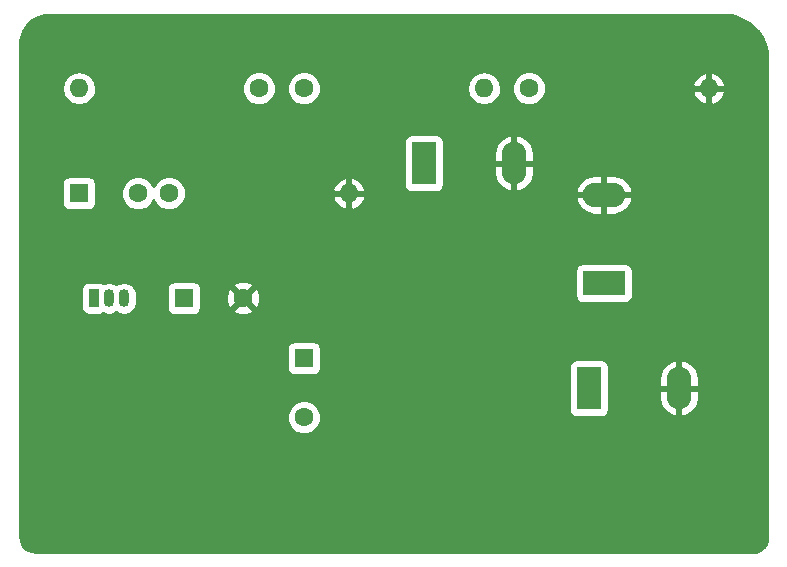
<source format=gbr>
G04 #@! TF.FileFunction,Copper,L4,Bot,Signal*
%FSLAX46Y46*%
G04 Gerber Fmt 4.6, Leading zero omitted, Abs format (unit mm)*
G04 Created by KiCad (PCBNEW 4.0.6) date 05/24/17 23:06:32*
%MOMM*%
%LPD*%
G01*
G04 APERTURE LIST*
%ADD10C,0.100000*%
%ADD11R,1.600000X1.600000*%
%ADD12C,1.600000*%
%ADD13R,3.600000X2.100000*%
%ADD14O,3.600000X2.100000*%
%ADD15R,2.100000X3.600000*%
%ADD16O,2.100000X3.600000*%
%ADD17O,0.900000X1.500000*%
%ADD18R,0.900000X1.500000*%
%ADD19O,1.600000X1.600000*%
%ADD20C,0.254000*%
G04 APERTURE END LIST*
D10*
D11*
X160020000Y-76200000D03*
D12*
X160020000Y-81200000D03*
D11*
X149860000Y-71120000D03*
D12*
X154860000Y-71120000D03*
D11*
X140970000Y-62230000D03*
D12*
X145970000Y-62230000D03*
D13*
X185420000Y-69850000D03*
D14*
X185420000Y-62350000D03*
D15*
X170180000Y-59690000D03*
D16*
X177800000Y-59690000D03*
D17*
X143510000Y-71120000D03*
X144780000Y-71120000D03*
D18*
X142240000Y-71120000D03*
D12*
X160020000Y-53340000D03*
D19*
X175260000Y-53340000D03*
D12*
X179070000Y-53340000D03*
D19*
X194310000Y-53340000D03*
D12*
X156210000Y-53340000D03*
D19*
X140970000Y-53340000D03*
D12*
X148590000Y-62230000D03*
D19*
X163830000Y-62230000D03*
D15*
X184150000Y-78740000D03*
D16*
X191770000Y-78740000D03*
D20*
G36*
X195896632Y-47153372D02*
X195899462Y-47153631D01*
X196211643Y-47178605D01*
X196543385Y-47233498D01*
X197398075Y-47613636D01*
X197705074Y-47777845D01*
X198517112Y-48589883D01*
X198858842Y-49139091D01*
X199122370Y-49811459D01*
X199239538Y-50385093D01*
X199264930Y-91283709D01*
X199262547Y-91662591D01*
X199164569Y-91903083D01*
X198984047Y-92180809D01*
X198617821Y-92476153D01*
X198453626Y-92553929D01*
X198298496Y-92581939D01*
X137306752Y-92602252D01*
X136969968Y-92561357D01*
X136619176Y-92453781D01*
X136317146Y-92240316D01*
X136130098Y-91960871D01*
X136027758Y-91616636D01*
X136006231Y-91320041D01*
X136008023Y-81484187D01*
X158584752Y-81484187D01*
X158802757Y-82011800D01*
X159206077Y-82415824D01*
X159733309Y-82634750D01*
X160304187Y-82635248D01*
X160831800Y-82417243D01*
X161235824Y-82013923D01*
X161454750Y-81486691D01*
X161455248Y-80915813D01*
X161237243Y-80388200D01*
X160833923Y-79984176D01*
X160306691Y-79765250D01*
X159735813Y-79764752D01*
X159208200Y-79982757D01*
X158804176Y-80386077D01*
X158585250Y-80913309D01*
X158584752Y-81484187D01*
X136008023Y-81484187D01*
X136009133Y-75400000D01*
X158572560Y-75400000D01*
X158572560Y-77000000D01*
X158616838Y-77235317D01*
X158755910Y-77451441D01*
X158968110Y-77596431D01*
X159220000Y-77647440D01*
X160820000Y-77647440D01*
X161055317Y-77603162D01*
X161271441Y-77464090D01*
X161416431Y-77251890D01*
X161467440Y-77000000D01*
X161467440Y-76940000D01*
X182452560Y-76940000D01*
X182452560Y-80540000D01*
X182496838Y-80775317D01*
X182635910Y-80991441D01*
X182848110Y-81136431D01*
X183100000Y-81187440D01*
X185200000Y-81187440D01*
X185435317Y-81143162D01*
X185651441Y-81004090D01*
X185796431Y-80791890D01*
X185847440Y-80540000D01*
X185847440Y-78867000D01*
X190085000Y-78867000D01*
X190085000Y-79617000D01*
X190261864Y-80252154D01*
X190668328Y-80771277D01*
X191242511Y-81095337D01*
X191381721Y-81129654D01*
X191643000Y-81010957D01*
X191643000Y-78867000D01*
X191897000Y-78867000D01*
X191897000Y-81010957D01*
X192158279Y-81129654D01*
X192297489Y-81095337D01*
X192871672Y-80771277D01*
X193278136Y-80252154D01*
X193455000Y-79617000D01*
X193455000Y-78867000D01*
X191897000Y-78867000D01*
X191643000Y-78867000D01*
X190085000Y-78867000D01*
X185847440Y-78867000D01*
X185847440Y-77863000D01*
X190085000Y-77863000D01*
X190085000Y-78613000D01*
X191643000Y-78613000D01*
X191643000Y-76469043D01*
X191897000Y-76469043D01*
X191897000Y-78613000D01*
X193455000Y-78613000D01*
X193455000Y-77863000D01*
X193278136Y-77227846D01*
X192871672Y-76708723D01*
X192297489Y-76384663D01*
X192158279Y-76350346D01*
X191897000Y-76469043D01*
X191643000Y-76469043D01*
X191381721Y-76350346D01*
X191242511Y-76384663D01*
X190668328Y-76708723D01*
X190261864Y-77227846D01*
X190085000Y-77863000D01*
X185847440Y-77863000D01*
X185847440Y-76940000D01*
X185803162Y-76704683D01*
X185664090Y-76488559D01*
X185451890Y-76343569D01*
X185200000Y-76292560D01*
X183100000Y-76292560D01*
X182864683Y-76336838D01*
X182648559Y-76475910D01*
X182503569Y-76688110D01*
X182452560Y-76940000D01*
X161467440Y-76940000D01*
X161467440Y-75400000D01*
X161423162Y-75164683D01*
X161284090Y-74948559D01*
X161071890Y-74803569D01*
X160820000Y-74752560D01*
X159220000Y-74752560D01*
X158984683Y-74796838D01*
X158768559Y-74935910D01*
X158623569Y-75148110D01*
X158572560Y-75400000D01*
X136009133Y-75400000D01*
X136010051Y-70370000D01*
X141142560Y-70370000D01*
X141142560Y-71870000D01*
X141186838Y-72105317D01*
X141325910Y-72321441D01*
X141538110Y-72466431D01*
X141790000Y-72517440D01*
X142690000Y-72517440D01*
X142925317Y-72473162D01*
X143029655Y-72406022D01*
X143094788Y-72449543D01*
X143510000Y-72532134D01*
X143925212Y-72449543D01*
X144145000Y-72302685D01*
X144364788Y-72449543D01*
X144780000Y-72532134D01*
X145195212Y-72449543D01*
X145547211Y-72214345D01*
X145782409Y-71862346D01*
X145865000Y-71447134D01*
X145865000Y-70792866D01*
X145782409Y-70377654D01*
X145743886Y-70320000D01*
X148412560Y-70320000D01*
X148412560Y-71920000D01*
X148456838Y-72155317D01*
X148595910Y-72371441D01*
X148808110Y-72516431D01*
X149060000Y-72567440D01*
X150660000Y-72567440D01*
X150895317Y-72523162D01*
X151111441Y-72384090D01*
X151256431Y-72171890D01*
X151265370Y-72127745D01*
X154031861Y-72127745D01*
X154105995Y-72373864D01*
X154643223Y-72566965D01*
X155213454Y-72539778D01*
X155614005Y-72373864D01*
X155688139Y-72127745D01*
X154860000Y-71299605D01*
X154031861Y-72127745D01*
X151265370Y-72127745D01*
X151307440Y-71920000D01*
X151307440Y-70903223D01*
X153413035Y-70903223D01*
X153440222Y-71473454D01*
X153606136Y-71874005D01*
X153852255Y-71948139D01*
X154680395Y-71120000D01*
X155039605Y-71120000D01*
X155867745Y-71948139D01*
X156113864Y-71874005D01*
X156306965Y-71336777D01*
X156279778Y-70766546D01*
X156113864Y-70365995D01*
X155867745Y-70291861D01*
X155039605Y-71120000D01*
X154680395Y-71120000D01*
X153852255Y-70291861D01*
X153606136Y-70365995D01*
X153413035Y-70903223D01*
X151307440Y-70903223D01*
X151307440Y-70320000D01*
X151268351Y-70112255D01*
X154031861Y-70112255D01*
X154860000Y-70940395D01*
X155688139Y-70112255D01*
X155614005Y-69866136D01*
X155076777Y-69673035D01*
X154506546Y-69700222D01*
X154105995Y-69866136D01*
X154031861Y-70112255D01*
X151268351Y-70112255D01*
X151263162Y-70084683D01*
X151124090Y-69868559D01*
X150911890Y-69723569D01*
X150660000Y-69672560D01*
X149060000Y-69672560D01*
X148824683Y-69716838D01*
X148608559Y-69855910D01*
X148463569Y-70068110D01*
X148412560Y-70320000D01*
X145743886Y-70320000D01*
X145547211Y-70025655D01*
X145195212Y-69790457D01*
X144780000Y-69707866D01*
X144364788Y-69790457D01*
X144145000Y-69937315D01*
X143925212Y-69790457D01*
X143510000Y-69707866D01*
X143094788Y-69790457D01*
X143029981Y-69833759D01*
X142941890Y-69773569D01*
X142690000Y-69722560D01*
X141790000Y-69722560D01*
X141554683Y-69766838D01*
X141338559Y-69905910D01*
X141193569Y-70118110D01*
X141142560Y-70370000D01*
X136010051Y-70370000D01*
X136010337Y-68800000D01*
X182972560Y-68800000D01*
X182972560Y-70900000D01*
X183016838Y-71135317D01*
X183155910Y-71351441D01*
X183368110Y-71496431D01*
X183620000Y-71547440D01*
X187220000Y-71547440D01*
X187455317Y-71503162D01*
X187671441Y-71364090D01*
X187816431Y-71151890D01*
X187867440Y-70900000D01*
X187867440Y-68800000D01*
X187823162Y-68564683D01*
X187684090Y-68348559D01*
X187471890Y-68203569D01*
X187220000Y-68152560D01*
X183620000Y-68152560D01*
X183384683Y-68196838D01*
X183168559Y-68335910D01*
X183023569Y-68548110D01*
X182972560Y-68800000D01*
X136010337Y-68800000D01*
X136011682Y-61430000D01*
X139522560Y-61430000D01*
X139522560Y-63030000D01*
X139566838Y-63265317D01*
X139705910Y-63481441D01*
X139918110Y-63626431D01*
X140170000Y-63677440D01*
X141770000Y-63677440D01*
X142005317Y-63633162D01*
X142221441Y-63494090D01*
X142366431Y-63281890D01*
X142417440Y-63030000D01*
X142417440Y-62514187D01*
X144534752Y-62514187D01*
X144752757Y-63041800D01*
X145156077Y-63445824D01*
X145683309Y-63664750D01*
X146254187Y-63665248D01*
X146781800Y-63447243D01*
X147185824Y-63043923D01*
X147279961Y-62817216D01*
X147372757Y-63041800D01*
X147776077Y-63445824D01*
X148303309Y-63664750D01*
X148874187Y-63665248D01*
X149401800Y-63447243D01*
X149805824Y-63043923D01*
X149998860Y-62579039D01*
X162438096Y-62579039D01*
X162598959Y-62967423D01*
X162974866Y-63382389D01*
X163480959Y-63621914D01*
X163703000Y-63500629D01*
X163703000Y-62357000D01*
X163957000Y-62357000D01*
X163957000Y-63500629D01*
X164179041Y-63621914D01*
X164685134Y-63382389D01*
X165061041Y-62967423D01*
X165155949Y-62738279D01*
X183030346Y-62738279D01*
X183064663Y-62877489D01*
X183388723Y-63451672D01*
X183907846Y-63858136D01*
X184543000Y-64035000D01*
X185293000Y-64035000D01*
X185293000Y-62477000D01*
X185547000Y-62477000D01*
X185547000Y-64035000D01*
X186297000Y-64035000D01*
X186932154Y-63858136D01*
X187451277Y-63451672D01*
X187775337Y-62877489D01*
X187809654Y-62738279D01*
X187690957Y-62477000D01*
X185547000Y-62477000D01*
X185293000Y-62477000D01*
X183149043Y-62477000D01*
X183030346Y-62738279D01*
X165155949Y-62738279D01*
X165221904Y-62579039D01*
X165099915Y-62357000D01*
X163957000Y-62357000D01*
X163703000Y-62357000D01*
X162560085Y-62357000D01*
X162438096Y-62579039D01*
X149998860Y-62579039D01*
X150024750Y-62516691D01*
X150025248Y-61945813D01*
X149998452Y-61880961D01*
X162438096Y-61880961D01*
X162560085Y-62103000D01*
X163703000Y-62103000D01*
X163703000Y-60959371D01*
X163957000Y-60959371D01*
X163957000Y-62103000D01*
X165099915Y-62103000D01*
X165221904Y-61880961D01*
X165061041Y-61492577D01*
X164685134Y-61077611D01*
X164179041Y-60838086D01*
X163957000Y-60959371D01*
X163703000Y-60959371D01*
X163480959Y-60838086D01*
X162974866Y-61077611D01*
X162598959Y-61492577D01*
X162438096Y-61880961D01*
X149998452Y-61880961D01*
X149807243Y-61418200D01*
X149403923Y-61014176D01*
X148876691Y-60795250D01*
X148305813Y-60794752D01*
X147778200Y-61012757D01*
X147374176Y-61416077D01*
X147280039Y-61642784D01*
X147187243Y-61418200D01*
X146783923Y-61014176D01*
X146256691Y-60795250D01*
X145685813Y-60794752D01*
X145158200Y-61012757D01*
X144754176Y-61416077D01*
X144535250Y-61943309D01*
X144534752Y-62514187D01*
X142417440Y-62514187D01*
X142417440Y-61430000D01*
X142373162Y-61194683D01*
X142234090Y-60978559D01*
X142021890Y-60833569D01*
X141770000Y-60782560D01*
X140170000Y-60782560D01*
X139934683Y-60826838D01*
X139718559Y-60965910D01*
X139573569Y-61178110D01*
X139522560Y-61430000D01*
X136011682Y-61430000D01*
X136012327Y-57890000D01*
X168482560Y-57890000D01*
X168482560Y-61490000D01*
X168526838Y-61725317D01*
X168665910Y-61941441D01*
X168878110Y-62086431D01*
X169130000Y-62137440D01*
X171230000Y-62137440D01*
X171465317Y-62093162D01*
X171681441Y-61954090D01*
X171826431Y-61741890D01*
X171877440Y-61490000D01*
X171877440Y-59817000D01*
X176115000Y-59817000D01*
X176115000Y-60567000D01*
X176291864Y-61202154D01*
X176698328Y-61721277D01*
X177272511Y-62045337D01*
X177411721Y-62079654D01*
X177673000Y-61960957D01*
X177673000Y-59817000D01*
X177927000Y-59817000D01*
X177927000Y-61960957D01*
X178188279Y-62079654D01*
X178327489Y-62045337D01*
X178475643Y-61961721D01*
X183030346Y-61961721D01*
X183149043Y-62223000D01*
X185293000Y-62223000D01*
X185293000Y-60665000D01*
X185547000Y-60665000D01*
X185547000Y-62223000D01*
X187690957Y-62223000D01*
X187809654Y-61961721D01*
X187775337Y-61822511D01*
X187451277Y-61248328D01*
X186932154Y-60841864D01*
X186297000Y-60665000D01*
X185547000Y-60665000D01*
X185293000Y-60665000D01*
X184543000Y-60665000D01*
X183907846Y-60841864D01*
X183388723Y-61248328D01*
X183064663Y-61822511D01*
X183030346Y-61961721D01*
X178475643Y-61961721D01*
X178901672Y-61721277D01*
X179308136Y-61202154D01*
X179485000Y-60567000D01*
X179485000Y-59817000D01*
X177927000Y-59817000D01*
X177673000Y-59817000D01*
X176115000Y-59817000D01*
X171877440Y-59817000D01*
X171877440Y-58813000D01*
X176115000Y-58813000D01*
X176115000Y-59563000D01*
X177673000Y-59563000D01*
X177673000Y-57419043D01*
X177927000Y-57419043D01*
X177927000Y-59563000D01*
X179485000Y-59563000D01*
X179485000Y-58813000D01*
X179308136Y-58177846D01*
X178901672Y-57658723D01*
X178327489Y-57334663D01*
X178188279Y-57300346D01*
X177927000Y-57419043D01*
X177673000Y-57419043D01*
X177411721Y-57300346D01*
X177272511Y-57334663D01*
X176698328Y-57658723D01*
X176291864Y-58177846D01*
X176115000Y-58813000D01*
X171877440Y-58813000D01*
X171877440Y-57890000D01*
X171833162Y-57654683D01*
X171694090Y-57438559D01*
X171481890Y-57293569D01*
X171230000Y-57242560D01*
X169130000Y-57242560D01*
X168894683Y-57286838D01*
X168678559Y-57425910D01*
X168533569Y-57638110D01*
X168482560Y-57890000D01*
X136012327Y-57890000D01*
X136013158Y-53340000D01*
X139506887Y-53340000D01*
X139616120Y-53889151D01*
X139927189Y-54354698D01*
X140392736Y-54665767D01*
X140941887Y-54775000D01*
X140998113Y-54775000D01*
X141547264Y-54665767D01*
X142012811Y-54354698D01*
X142323880Y-53889151D01*
X142376584Y-53624187D01*
X154774752Y-53624187D01*
X154992757Y-54151800D01*
X155396077Y-54555824D01*
X155923309Y-54774750D01*
X156494187Y-54775248D01*
X157021800Y-54557243D01*
X157425824Y-54153923D01*
X157644750Y-53626691D01*
X157644752Y-53624187D01*
X158584752Y-53624187D01*
X158802757Y-54151800D01*
X159206077Y-54555824D01*
X159733309Y-54774750D01*
X160304187Y-54775248D01*
X160831800Y-54557243D01*
X161235824Y-54153923D01*
X161454750Y-53626691D01*
X161455000Y-53340000D01*
X173796887Y-53340000D01*
X173906120Y-53889151D01*
X174217189Y-54354698D01*
X174682736Y-54665767D01*
X175231887Y-54775000D01*
X175288113Y-54775000D01*
X175837264Y-54665767D01*
X176302811Y-54354698D01*
X176613880Y-53889151D01*
X176666584Y-53624187D01*
X177634752Y-53624187D01*
X177852757Y-54151800D01*
X178256077Y-54555824D01*
X178783309Y-54774750D01*
X179354187Y-54775248D01*
X179881800Y-54557243D01*
X180285824Y-54153923D01*
X180478860Y-53689039D01*
X192918096Y-53689039D01*
X193078959Y-54077423D01*
X193454866Y-54492389D01*
X193960959Y-54731914D01*
X194183000Y-54610629D01*
X194183000Y-53467000D01*
X194437000Y-53467000D01*
X194437000Y-54610629D01*
X194659041Y-54731914D01*
X195165134Y-54492389D01*
X195541041Y-54077423D01*
X195701904Y-53689039D01*
X195579915Y-53467000D01*
X194437000Y-53467000D01*
X194183000Y-53467000D01*
X193040085Y-53467000D01*
X192918096Y-53689039D01*
X180478860Y-53689039D01*
X180504750Y-53626691D01*
X180505248Y-53055813D01*
X180478452Y-52990961D01*
X192918096Y-52990961D01*
X193040085Y-53213000D01*
X194183000Y-53213000D01*
X194183000Y-52069371D01*
X194437000Y-52069371D01*
X194437000Y-53213000D01*
X195579915Y-53213000D01*
X195701904Y-52990961D01*
X195541041Y-52602577D01*
X195165134Y-52187611D01*
X194659041Y-51948086D01*
X194437000Y-52069371D01*
X194183000Y-52069371D01*
X193960959Y-51948086D01*
X193454866Y-52187611D01*
X193078959Y-52602577D01*
X192918096Y-52990961D01*
X180478452Y-52990961D01*
X180287243Y-52528200D01*
X179883923Y-52124176D01*
X179356691Y-51905250D01*
X178785813Y-51904752D01*
X178258200Y-52122757D01*
X177854176Y-52526077D01*
X177635250Y-53053309D01*
X177634752Y-53624187D01*
X176666584Y-53624187D01*
X176723113Y-53340000D01*
X176613880Y-52790849D01*
X176302811Y-52325302D01*
X175837264Y-52014233D01*
X175288113Y-51905000D01*
X175231887Y-51905000D01*
X174682736Y-52014233D01*
X174217189Y-52325302D01*
X173906120Y-52790849D01*
X173796887Y-53340000D01*
X161455000Y-53340000D01*
X161455248Y-53055813D01*
X161237243Y-52528200D01*
X160833923Y-52124176D01*
X160306691Y-51905250D01*
X159735813Y-51904752D01*
X159208200Y-52122757D01*
X158804176Y-52526077D01*
X158585250Y-53053309D01*
X158584752Y-53624187D01*
X157644752Y-53624187D01*
X157645248Y-53055813D01*
X157427243Y-52528200D01*
X157023923Y-52124176D01*
X156496691Y-51905250D01*
X155925813Y-51904752D01*
X155398200Y-52122757D01*
X154994176Y-52526077D01*
X154775250Y-53053309D01*
X154774752Y-53624187D01*
X142376584Y-53624187D01*
X142433113Y-53340000D01*
X142323880Y-52790849D01*
X142012811Y-52325302D01*
X141547264Y-52014233D01*
X140998113Y-51905000D01*
X140941887Y-51905000D01*
X140392736Y-52014233D01*
X139927189Y-52325302D01*
X139616120Y-52790849D01*
X139506887Y-53340000D01*
X136013158Y-53340000D01*
X136013850Y-49546738D01*
X136025994Y-49243117D01*
X136127947Y-48784328D01*
X136319620Y-48307543D01*
X136474020Y-48125070D01*
X136482740Y-48113482D01*
X136616723Y-47912508D01*
X136960788Y-47592336D01*
X137498930Y-47285522D01*
X137736619Y-47203962D01*
X138086815Y-47146396D01*
X195407844Y-47103240D01*
X195896632Y-47153372D01*
X195896632Y-47153372D01*
G37*
X195896632Y-47153372D02*
X195899462Y-47153631D01*
X196211643Y-47178605D01*
X196543385Y-47233498D01*
X197398075Y-47613636D01*
X197705074Y-47777845D01*
X198517112Y-48589883D01*
X198858842Y-49139091D01*
X199122370Y-49811459D01*
X199239538Y-50385093D01*
X199264930Y-91283709D01*
X199262547Y-91662591D01*
X199164569Y-91903083D01*
X198984047Y-92180809D01*
X198617821Y-92476153D01*
X198453626Y-92553929D01*
X198298496Y-92581939D01*
X137306752Y-92602252D01*
X136969968Y-92561357D01*
X136619176Y-92453781D01*
X136317146Y-92240316D01*
X136130098Y-91960871D01*
X136027758Y-91616636D01*
X136006231Y-91320041D01*
X136008023Y-81484187D01*
X158584752Y-81484187D01*
X158802757Y-82011800D01*
X159206077Y-82415824D01*
X159733309Y-82634750D01*
X160304187Y-82635248D01*
X160831800Y-82417243D01*
X161235824Y-82013923D01*
X161454750Y-81486691D01*
X161455248Y-80915813D01*
X161237243Y-80388200D01*
X160833923Y-79984176D01*
X160306691Y-79765250D01*
X159735813Y-79764752D01*
X159208200Y-79982757D01*
X158804176Y-80386077D01*
X158585250Y-80913309D01*
X158584752Y-81484187D01*
X136008023Y-81484187D01*
X136009133Y-75400000D01*
X158572560Y-75400000D01*
X158572560Y-77000000D01*
X158616838Y-77235317D01*
X158755910Y-77451441D01*
X158968110Y-77596431D01*
X159220000Y-77647440D01*
X160820000Y-77647440D01*
X161055317Y-77603162D01*
X161271441Y-77464090D01*
X161416431Y-77251890D01*
X161467440Y-77000000D01*
X161467440Y-76940000D01*
X182452560Y-76940000D01*
X182452560Y-80540000D01*
X182496838Y-80775317D01*
X182635910Y-80991441D01*
X182848110Y-81136431D01*
X183100000Y-81187440D01*
X185200000Y-81187440D01*
X185435317Y-81143162D01*
X185651441Y-81004090D01*
X185796431Y-80791890D01*
X185847440Y-80540000D01*
X185847440Y-78867000D01*
X190085000Y-78867000D01*
X190085000Y-79617000D01*
X190261864Y-80252154D01*
X190668328Y-80771277D01*
X191242511Y-81095337D01*
X191381721Y-81129654D01*
X191643000Y-81010957D01*
X191643000Y-78867000D01*
X191897000Y-78867000D01*
X191897000Y-81010957D01*
X192158279Y-81129654D01*
X192297489Y-81095337D01*
X192871672Y-80771277D01*
X193278136Y-80252154D01*
X193455000Y-79617000D01*
X193455000Y-78867000D01*
X191897000Y-78867000D01*
X191643000Y-78867000D01*
X190085000Y-78867000D01*
X185847440Y-78867000D01*
X185847440Y-77863000D01*
X190085000Y-77863000D01*
X190085000Y-78613000D01*
X191643000Y-78613000D01*
X191643000Y-76469043D01*
X191897000Y-76469043D01*
X191897000Y-78613000D01*
X193455000Y-78613000D01*
X193455000Y-77863000D01*
X193278136Y-77227846D01*
X192871672Y-76708723D01*
X192297489Y-76384663D01*
X192158279Y-76350346D01*
X191897000Y-76469043D01*
X191643000Y-76469043D01*
X191381721Y-76350346D01*
X191242511Y-76384663D01*
X190668328Y-76708723D01*
X190261864Y-77227846D01*
X190085000Y-77863000D01*
X185847440Y-77863000D01*
X185847440Y-76940000D01*
X185803162Y-76704683D01*
X185664090Y-76488559D01*
X185451890Y-76343569D01*
X185200000Y-76292560D01*
X183100000Y-76292560D01*
X182864683Y-76336838D01*
X182648559Y-76475910D01*
X182503569Y-76688110D01*
X182452560Y-76940000D01*
X161467440Y-76940000D01*
X161467440Y-75400000D01*
X161423162Y-75164683D01*
X161284090Y-74948559D01*
X161071890Y-74803569D01*
X160820000Y-74752560D01*
X159220000Y-74752560D01*
X158984683Y-74796838D01*
X158768559Y-74935910D01*
X158623569Y-75148110D01*
X158572560Y-75400000D01*
X136009133Y-75400000D01*
X136010051Y-70370000D01*
X141142560Y-70370000D01*
X141142560Y-71870000D01*
X141186838Y-72105317D01*
X141325910Y-72321441D01*
X141538110Y-72466431D01*
X141790000Y-72517440D01*
X142690000Y-72517440D01*
X142925317Y-72473162D01*
X143029655Y-72406022D01*
X143094788Y-72449543D01*
X143510000Y-72532134D01*
X143925212Y-72449543D01*
X144145000Y-72302685D01*
X144364788Y-72449543D01*
X144780000Y-72532134D01*
X145195212Y-72449543D01*
X145547211Y-72214345D01*
X145782409Y-71862346D01*
X145865000Y-71447134D01*
X145865000Y-70792866D01*
X145782409Y-70377654D01*
X145743886Y-70320000D01*
X148412560Y-70320000D01*
X148412560Y-71920000D01*
X148456838Y-72155317D01*
X148595910Y-72371441D01*
X148808110Y-72516431D01*
X149060000Y-72567440D01*
X150660000Y-72567440D01*
X150895317Y-72523162D01*
X151111441Y-72384090D01*
X151256431Y-72171890D01*
X151265370Y-72127745D01*
X154031861Y-72127745D01*
X154105995Y-72373864D01*
X154643223Y-72566965D01*
X155213454Y-72539778D01*
X155614005Y-72373864D01*
X155688139Y-72127745D01*
X154860000Y-71299605D01*
X154031861Y-72127745D01*
X151265370Y-72127745D01*
X151307440Y-71920000D01*
X151307440Y-70903223D01*
X153413035Y-70903223D01*
X153440222Y-71473454D01*
X153606136Y-71874005D01*
X153852255Y-71948139D01*
X154680395Y-71120000D01*
X155039605Y-71120000D01*
X155867745Y-71948139D01*
X156113864Y-71874005D01*
X156306965Y-71336777D01*
X156279778Y-70766546D01*
X156113864Y-70365995D01*
X155867745Y-70291861D01*
X155039605Y-71120000D01*
X154680395Y-71120000D01*
X153852255Y-70291861D01*
X153606136Y-70365995D01*
X153413035Y-70903223D01*
X151307440Y-70903223D01*
X151307440Y-70320000D01*
X151268351Y-70112255D01*
X154031861Y-70112255D01*
X154860000Y-70940395D01*
X155688139Y-70112255D01*
X155614005Y-69866136D01*
X155076777Y-69673035D01*
X154506546Y-69700222D01*
X154105995Y-69866136D01*
X154031861Y-70112255D01*
X151268351Y-70112255D01*
X151263162Y-70084683D01*
X151124090Y-69868559D01*
X150911890Y-69723569D01*
X150660000Y-69672560D01*
X149060000Y-69672560D01*
X148824683Y-69716838D01*
X148608559Y-69855910D01*
X148463569Y-70068110D01*
X148412560Y-70320000D01*
X145743886Y-70320000D01*
X145547211Y-70025655D01*
X145195212Y-69790457D01*
X144780000Y-69707866D01*
X144364788Y-69790457D01*
X144145000Y-69937315D01*
X143925212Y-69790457D01*
X143510000Y-69707866D01*
X143094788Y-69790457D01*
X143029981Y-69833759D01*
X142941890Y-69773569D01*
X142690000Y-69722560D01*
X141790000Y-69722560D01*
X141554683Y-69766838D01*
X141338559Y-69905910D01*
X141193569Y-70118110D01*
X141142560Y-70370000D01*
X136010051Y-70370000D01*
X136010337Y-68800000D01*
X182972560Y-68800000D01*
X182972560Y-70900000D01*
X183016838Y-71135317D01*
X183155910Y-71351441D01*
X183368110Y-71496431D01*
X183620000Y-71547440D01*
X187220000Y-71547440D01*
X187455317Y-71503162D01*
X187671441Y-71364090D01*
X187816431Y-71151890D01*
X187867440Y-70900000D01*
X187867440Y-68800000D01*
X187823162Y-68564683D01*
X187684090Y-68348559D01*
X187471890Y-68203569D01*
X187220000Y-68152560D01*
X183620000Y-68152560D01*
X183384683Y-68196838D01*
X183168559Y-68335910D01*
X183023569Y-68548110D01*
X182972560Y-68800000D01*
X136010337Y-68800000D01*
X136011682Y-61430000D01*
X139522560Y-61430000D01*
X139522560Y-63030000D01*
X139566838Y-63265317D01*
X139705910Y-63481441D01*
X139918110Y-63626431D01*
X140170000Y-63677440D01*
X141770000Y-63677440D01*
X142005317Y-63633162D01*
X142221441Y-63494090D01*
X142366431Y-63281890D01*
X142417440Y-63030000D01*
X142417440Y-62514187D01*
X144534752Y-62514187D01*
X144752757Y-63041800D01*
X145156077Y-63445824D01*
X145683309Y-63664750D01*
X146254187Y-63665248D01*
X146781800Y-63447243D01*
X147185824Y-63043923D01*
X147279961Y-62817216D01*
X147372757Y-63041800D01*
X147776077Y-63445824D01*
X148303309Y-63664750D01*
X148874187Y-63665248D01*
X149401800Y-63447243D01*
X149805824Y-63043923D01*
X149998860Y-62579039D01*
X162438096Y-62579039D01*
X162598959Y-62967423D01*
X162974866Y-63382389D01*
X163480959Y-63621914D01*
X163703000Y-63500629D01*
X163703000Y-62357000D01*
X163957000Y-62357000D01*
X163957000Y-63500629D01*
X164179041Y-63621914D01*
X164685134Y-63382389D01*
X165061041Y-62967423D01*
X165155949Y-62738279D01*
X183030346Y-62738279D01*
X183064663Y-62877489D01*
X183388723Y-63451672D01*
X183907846Y-63858136D01*
X184543000Y-64035000D01*
X185293000Y-64035000D01*
X185293000Y-62477000D01*
X185547000Y-62477000D01*
X185547000Y-64035000D01*
X186297000Y-64035000D01*
X186932154Y-63858136D01*
X187451277Y-63451672D01*
X187775337Y-62877489D01*
X187809654Y-62738279D01*
X187690957Y-62477000D01*
X185547000Y-62477000D01*
X185293000Y-62477000D01*
X183149043Y-62477000D01*
X183030346Y-62738279D01*
X165155949Y-62738279D01*
X165221904Y-62579039D01*
X165099915Y-62357000D01*
X163957000Y-62357000D01*
X163703000Y-62357000D01*
X162560085Y-62357000D01*
X162438096Y-62579039D01*
X149998860Y-62579039D01*
X150024750Y-62516691D01*
X150025248Y-61945813D01*
X149998452Y-61880961D01*
X162438096Y-61880961D01*
X162560085Y-62103000D01*
X163703000Y-62103000D01*
X163703000Y-60959371D01*
X163957000Y-60959371D01*
X163957000Y-62103000D01*
X165099915Y-62103000D01*
X165221904Y-61880961D01*
X165061041Y-61492577D01*
X164685134Y-61077611D01*
X164179041Y-60838086D01*
X163957000Y-60959371D01*
X163703000Y-60959371D01*
X163480959Y-60838086D01*
X162974866Y-61077611D01*
X162598959Y-61492577D01*
X162438096Y-61880961D01*
X149998452Y-61880961D01*
X149807243Y-61418200D01*
X149403923Y-61014176D01*
X148876691Y-60795250D01*
X148305813Y-60794752D01*
X147778200Y-61012757D01*
X147374176Y-61416077D01*
X147280039Y-61642784D01*
X147187243Y-61418200D01*
X146783923Y-61014176D01*
X146256691Y-60795250D01*
X145685813Y-60794752D01*
X145158200Y-61012757D01*
X144754176Y-61416077D01*
X144535250Y-61943309D01*
X144534752Y-62514187D01*
X142417440Y-62514187D01*
X142417440Y-61430000D01*
X142373162Y-61194683D01*
X142234090Y-60978559D01*
X142021890Y-60833569D01*
X141770000Y-60782560D01*
X140170000Y-60782560D01*
X139934683Y-60826838D01*
X139718559Y-60965910D01*
X139573569Y-61178110D01*
X139522560Y-61430000D01*
X136011682Y-61430000D01*
X136012327Y-57890000D01*
X168482560Y-57890000D01*
X168482560Y-61490000D01*
X168526838Y-61725317D01*
X168665910Y-61941441D01*
X168878110Y-62086431D01*
X169130000Y-62137440D01*
X171230000Y-62137440D01*
X171465317Y-62093162D01*
X171681441Y-61954090D01*
X171826431Y-61741890D01*
X171877440Y-61490000D01*
X171877440Y-59817000D01*
X176115000Y-59817000D01*
X176115000Y-60567000D01*
X176291864Y-61202154D01*
X176698328Y-61721277D01*
X177272511Y-62045337D01*
X177411721Y-62079654D01*
X177673000Y-61960957D01*
X177673000Y-59817000D01*
X177927000Y-59817000D01*
X177927000Y-61960957D01*
X178188279Y-62079654D01*
X178327489Y-62045337D01*
X178475643Y-61961721D01*
X183030346Y-61961721D01*
X183149043Y-62223000D01*
X185293000Y-62223000D01*
X185293000Y-60665000D01*
X185547000Y-60665000D01*
X185547000Y-62223000D01*
X187690957Y-62223000D01*
X187809654Y-61961721D01*
X187775337Y-61822511D01*
X187451277Y-61248328D01*
X186932154Y-60841864D01*
X186297000Y-60665000D01*
X185547000Y-60665000D01*
X185293000Y-60665000D01*
X184543000Y-60665000D01*
X183907846Y-60841864D01*
X183388723Y-61248328D01*
X183064663Y-61822511D01*
X183030346Y-61961721D01*
X178475643Y-61961721D01*
X178901672Y-61721277D01*
X179308136Y-61202154D01*
X179485000Y-60567000D01*
X179485000Y-59817000D01*
X177927000Y-59817000D01*
X177673000Y-59817000D01*
X176115000Y-59817000D01*
X171877440Y-59817000D01*
X171877440Y-58813000D01*
X176115000Y-58813000D01*
X176115000Y-59563000D01*
X177673000Y-59563000D01*
X177673000Y-57419043D01*
X177927000Y-57419043D01*
X177927000Y-59563000D01*
X179485000Y-59563000D01*
X179485000Y-58813000D01*
X179308136Y-58177846D01*
X178901672Y-57658723D01*
X178327489Y-57334663D01*
X178188279Y-57300346D01*
X177927000Y-57419043D01*
X177673000Y-57419043D01*
X177411721Y-57300346D01*
X177272511Y-57334663D01*
X176698328Y-57658723D01*
X176291864Y-58177846D01*
X176115000Y-58813000D01*
X171877440Y-58813000D01*
X171877440Y-57890000D01*
X171833162Y-57654683D01*
X171694090Y-57438559D01*
X171481890Y-57293569D01*
X171230000Y-57242560D01*
X169130000Y-57242560D01*
X168894683Y-57286838D01*
X168678559Y-57425910D01*
X168533569Y-57638110D01*
X168482560Y-57890000D01*
X136012327Y-57890000D01*
X136013158Y-53340000D01*
X139506887Y-53340000D01*
X139616120Y-53889151D01*
X139927189Y-54354698D01*
X140392736Y-54665767D01*
X140941887Y-54775000D01*
X140998113Y-54775000D01*
X141547264Y-54665767D01*
X142012811Y-54354698D01*
X142323880Y-53889151D01*
X142376584Y-53624187D01*
X154774752Y-53624187D01*
X154992757Y-54151800D01*
X155396077Y-54555824D01*
X155923309Y-54774750D01*
X156494187Y-54775248D01*
X157021800Y-54557243D01*
X157425824Y-54153923D01*
X157644750Y-53626691D01*
X157644752Y-53624187D01*
X158584752Y-53624187D01*
X158802757Y-54151800D01*
X159206077Y-54555824D01*
X159733309Y-54774750D01*
X160304187Y-54775248D01*
X160831800Y-54557243D01*
X161235824Y-54153923D01*
X161454750Y-53626691D01*
X161455000Y-53340000D01*
X173796887Y-53340000D01*
X173906120Y-53889151D01*
X174217189Y-54354698D01*
X174682736Y-54665767D01*
X175231887Y-54775000D01*
X175288113Y-54775000D01*
X175837264Y-54665767D01*
X176302811Y-54354698D01*
X176613880Y-53889151D01*
X176666584Y-53624187D01*
X177634752Y-53624187D01*
X177852757Y-54151800D01*
X178256077Y-54555824D01*
X178783309Y-54774750D01*
X179354187Y-54775248D01*
X179881800Y-54557243D01*
X180285824Y-54153923D01*
X180478860Y-53689039D01*
X192918096Y-53689039D01*
X193078959Y-54077423D01*
X193454866Y-54492389D01*
X193960959Y-54731914D01*
X194183000Y-54610629D01*
X194183000Y-53467000D01*
X194437000Y-53467000D01*
X194437000Y-54610629D01*
X194659041Y-54731914D01*
X195165134Y-54492389D01*
X195541041Y-54077423D01*
X195701904Y-53689039D01*
X195579915Y-53467000D01*
X194437000Y-53467000D01*
X194183000Y-53467000D01*
X193040085Y-53467000D01*
X192918096Y-53689039D01*
X180478860Y-53689039D01*
X180504750Y-53626691D01*
X180505248Y-53055813D01*
X180478452Y-52990961D01*
X192918096Y-52990961D01*
X193040085Y-53213000D01*
X194183000Y-53213000D01*
X194183000Y-52069371D01*
X194437000Y-52069371D01*
X194437000Y-53213000D01*
X195579915Y-53213000D01*
X195701904Y-52990961D01*
X195541041Y-52602577D01*
X195165134Y-52187611D01*
X194659041Y-51948086D01*
X194437000Y-52069371D01*
X194183000Y-52069371D01*
X193960959Y-51948086D01*
X193454866Y-52187611D01*
X193078959Y-52602577D01*
X192918096Y-52990961D01*
X180478452Y-52990961D01*
X180287243Y-52528200D01*
X179883923Y-52124176D01*
X179356691Y-51905250D01*
X178785813Y-51904752D01*
X178258200Y-52122757D01*
X177854176Y-52526077D01*
X177635250Y-53053309D01*
X177634752Y-53624187D01*
X176666584Y-53624187D01*
X176723113Y-53340000D01*
X176613880Y-52790849D01*
X176302811Y-52325302D01*
X175837264Y-52014233D01*
X175288113Y-51905000D01*
X175231887Y-51905000D01*
X174682736Y-52014233D01*
X174217189Y-52325302D01*
X173906120Y-52790849D01*
X173796887Y-53340000D01*
X161455000Y-53340000D01*
X161455248Y-53055813D01*
X161237243Y-52528200D01*
X160833923Y-52124176D01*
X160306691Y-51905250D01*
X159735813Y-51904752D01*
X159208200Y-52122757D01*
X158804176Y-52526077D01*
X158585250Y-53053309D01*
X158584752Y-53624187D01*
X157644752Y-53624187D01*
X157645248Y-53055813D01*
X157427243Y-52528200D01*
X157023923Y-52124176D01*
X156496691Y-51905250D01*
X155925813Y-51904752D01*
X155398200Y-52122757D01*
X154994176Y-52526077D01*
X154775250Y-53053309D01*
X154774752Y-53624187D01*
X142376584Y-53624187D01*
X142433113Y-53340000D01*
X142323880Y-52790849D01*
X142012811Y-52325302D01*
X141547264Y-52014233D01*
X140998113Y-51905000D01*
X140941887Y-51905000D01*
X140392736Y-52014233D01*
X139927189Y-52325302D01*
X139616120Y-52790849D01*
X139506887Y-53340000D01*
X136013158Y-53340000D01*
X136013850Y-49546738D01*
X136025994Y-49243117D01*
X136127947Y-48784328D01*
X136319620Y-48307543D01*
X136474020Y-48125070D01*
X136482740Y-48113482D01*
X136616723Y-47912508D01*
X136960788Y-47592336D01*
X137498930Y-47285522D01*
X137736619Y-47203962D01*
X138086815Y-47146396D01*
X195407844Y-47103240D01*
X195896632Y-47153372D01*
M02*

</source>
